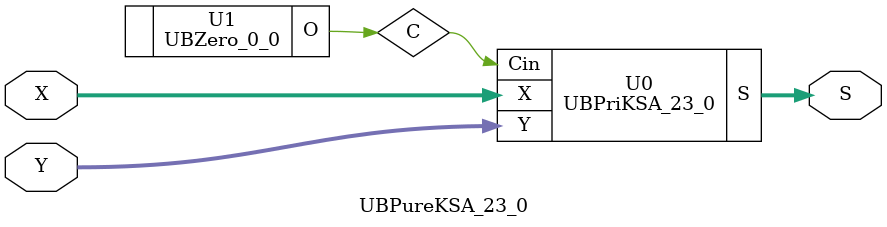
<source format=v>
/*----------------------------------------------------------------------------
  Copyright (c) 2021 Homma laboratory. All rights reserved.

  Top module: UBKSA_23_0_23_0

  Operand-1 length: 24
  Operand-2 length: 24
  Two-operand addition algorithm: Kogge-Stone adder
----------------------------------------------------------------------------*/

module GPGenerator(Go, Po, A, B);
  output Go;
  output Po;
  input A;
  input B;
  assign Go = A & B;
  assign Po = A ^ B;
endmodule

module CarryOperator(Go, Po, Gi1, Pi1, Gi2, Pi2);
  output Go;
  output Po;
  input Gi1;
  input Gi2;
  input Pi1;
  input Pi2;
  assign Go = Gi1 | ( Gi2 & Pi1 );
  assign Po = Pi1 & Pi2;
endmodule

module UBPriKSA_23_0(S, X, Y, Cin);
  output [24:0] S;
  input Cin;
  input [23:0] X;
  input [23:0] Y;
  wire [23:0] G0;
  wire [23:0] G1;
  wire [23:0] G2;
  wire [23:0] G3;
  wire [23:0] G4;
  wire [23:0] G5;
  wire [23:0] P0;
  wire [23:0] P1;
  wire [23:0] P2;
  wire [23:0] P3;
  wire [23:0] P4;
  wire [23:0] P5;
  assign P1[0] = P0[0];
  assign G1[0] = G0[0];
  assign P2[0] = P1[0];
  assign G2[0] = G1[0];
  assign P2[1] = P1[1];
  assign G2[1] = G1[1];
  assign P3[0] = P2[0];
  assign G3[0] = G2[0];
  assign P3[1] = P2[1];
  assign G3[1] = G2[1];
  assign P3[2] = P2[2];
  assign G3[2] = G2[2];
  assign P3[3] = P2[3];
  assign G3[3] = G2[3];
  assign P4[0] = P3[0];
  assign G4[0] = G3[0];
  assign P4[1] = P3[1];
  assign G4[1] = G3[1];
  assign P4[2] = P3[2];
  assign G4[2] = G3[2];
  assign P4[3] = P3[3];
  assign G4[3] = G3[3];
  assign P4[4] = P3[4];
  assign G4[4] = G3[4];
  assign P4[5] = P3[5];
  assign G4[5] = G3[5];
  assign P4[6] = P3[6];
  assign G4[6] = G3[6];
  assign P4[7] = P3[7];
  assign G4[7] = G3[7];
  assign P5[0] = P4[0];
  assign G5[0] = G4[0];
  assign P5[1] = P4[1];
  assign G5[1] = G4[1];
  assign P5[2] = P4[2];
  assign G5[2] = G4[2];
  assign P5[3] = P4[3];
  assign G5[3] = G4[3];
  assign P5[4] = P4[4];
  assign G5[4] = G4[4];
  assign P5[5] = P4[5];
  assign G5[5] = G4[5];
  assign P5[6] = P4[6];
  assign G5[6] = G4[6];
  assign P5[7] = P4[7];
  assign G5[7] = G4[7];
  assign P5[8] = P4[8];
  assign G5[8] = G4[8];
  assign P5[9] = P4[9];
  assign G5[9] = G4[9];
  assign P5[10] = P4[10];
  assign G5[10] = G4[10];
  assign P5[11] = P4[11];
  assign G5[11] = G4[11];
  assign P5[12] = P4[12];
  assign G5[12] = G4[12];
  assign P5[13] = P4[13];
  assign G5[13] = G4[13];
  assign P5[14] = P4[14];
  assign G5[14] = G4[14];
  assign P5[15] = P4[15];
  assign G5[15] = G4[15];
  assign S[0] = Cin ^ P0[0];
  assign S[1] = ( G5[0] | ( P5[0] & Cin ) ) ^ P0[1];
  assign S[2] = ( G5[1] | ( P5[1] & Cin ) ) ^ P0[2];
  assign S[3] = ( G5[2] | ( P5[2] & Cin ) ) ^ P0[3];
  assign S[4] = ( G5[3] | ( P5[3] & Cin ) ) ^ P0[4];
  assign S[5] = ( G5[4] | ( P5[4] & Cin ) ) ^ P0[5];
  assign S[6] = ( G5[5] | ( P5[5] & Cin ) ) ^ P0[6];
  assign S[7] = ( G5[6] | ( P5[6] & Cin ) ) ^ P0[7];
  assign S[8] = ( G5[7] | ( P5[7] & Cin ) ) ^ P0[8];
  assign S[9] = ( G5[8] | ( P5[8] & Cin ) ) ^ P0[9];
  assign S[10] = ( G5[9] | ( P5[9] & Cin ) ) ^ P0[10];
  assign S[11] = ( G5[10] | ( P5[10] & Cin ) ) ^ P0[11];
  assign S[12] = ( G5[11] | ( P5[11] & Cin ) ) ^ P0[12];
  assign S[13] = ( G5[12] | ( P5[12] & Cin ) ) ^ P0[13];
  assign S[14] = ( G5[13] | ( P5[13] & Cin ) ) ^ P0[14];
  assign S[15] = ( G5[14] | ( P5[14] & Cin ) ) ^ P0[15];
  assign S[16] = ( G5[15] | ( P5[15] & Cin ) ) ^ P0[16];
  assign S[17] = ( G5[16] | ( P5[16] & Cin ) ) ^ P0[17];
  assign S[18] = ( G5[17] | ( P5[17] & Cin ) ) ^ P0[18];
  assign S[19] = ( G5[18] | ( P5[18] & Cin ) ) ^ P0[19];
  assign S[20] = ( G5[19] | ( P5[19] & Cin ) ) ^ P0[20];
  assign S[21] = ( G5[20] | ( P5[20] & Cin ) ) ^ P0[21];
  assign S[22] = ( G5[21] | ( P5[21] & Cin ) ) ^ P0[22];
  assign S[23] = ( G5[22] | ( P5[22] & Cin ) ) ^ P0[23];
  assign S[24] = G5[23] | ( P5[23] & Cin );
  GPGenerator U0 (G0[0], P0[0], X[0], Y[0]);
  GPGenerator U1 (G0[1], P0[1], X[1], Y[1]);
  GPGenerator U2 (G0[2], P0[2], X[2], Y[2]);
  GPGenerator U3 (G0[3], P0[3], X[3], Y[3]);
  GPGenerator U4 (G0[4], P0[4], X[4], Y[4]);
  GPGenerator U5 (G0[5], P0[5], X[5], Y[5]);
  GPGenerator U6 (G0[6], P0[6], X[6], Y[6]);
  GPGenerator U7 (G0[7], P0[7], X[7], Y[7]);
  GPGenerator U8 (G0[8], P0[8], X[8], Y[8]);
  GPGenerator U9 (G0[9], P0[9], X[9], Y[9]);
  GPGenerator U10 (G0[10], P0[10], X[10], Y[10]);
  GPGenerator U11 (G0[11], P0[11], X[11], Y[11]);
  GPGenerator U12 (G0[12], P0[12], X[12], Y[12]);
  GPGenerator U13 (G0[13], P0[13], X[13], Y[13]);
  GPGenerator U14 (G0[14], P0[14], X[14], Y[14]);
  GPGenerator U15 (G0[15], P0[15], X[15], Y[15]);
  GPGenerator U16 (G0[16], P0[16], X[16], Y[16]);
  GPGenerator U17 (G0[17], P0[17], X[17], Y[17]);
  GPGenerator U18 (G0[18], P0[18], X[18], Y[18]);
  GPGenerator U19 (G0[19], P0[19], X[19], Y[19]);
  GPGenerator U20 (G0[20], P0[20], X[20], Y[20]);
  GPGenerator U21 (G0[21], P0[21], X[21], Y[21]);
  GPGenerator U22 (G0[22], P0[22], X[22], Y[22]);
  GPGenerator U23 (G0[23], P0[23], X[23], Y[23]);
  CarryOperator U24 (G1[1], P1[1], G0[1], P0[1], G0[0], P0[0]);
  CarryOperator U25 (G1[2], P1[2], G0[2], P0[2], G0[1], P0[1]);
  CarryOperator U26 (G1[3], P1[3], G0[3], P0[3], G0[2], P0[2]);
  CarryOperator U27 (G1[4], P1[4], G0[4], P0[4], G0[3], P0[3]);
  CarryOperator U28 (G1[5], P1[5], G0[5], P0[5], G0[4], P0[4]);
  CarryOperator U29 (G1[6], P1[6], G0[6], P0[6], G0[5], P0[5]);
  CarryOperator U30 (G1[7], P1[7], G0[7], P0[7], G0[6], P0[6]);
  CarryOperator U31 (G1[8], P1[8], G0[8], P0[8], G0[7], P0[7]);
  CarryOperator U32 (G1[9], P1[9], G0[9], P0[9], G0[8], P0[8]);
  CarryOperator U33 (G1[10], P1[10], G0[10], P0[10], G0[9], P0[9]);
  CarryOperator U34 (G1[11], P1[11], G0[11], P0[11], G0[10], P0[10]);
  CarryOperator U35 (G1[12], P1[12], G0[12], P0[12], G0[11], P0[11]);
  CarryOperator U36 (G1[13], P1[13], G0[13], P0[13], G0[12], P0[12]);
  CarryOperator U37 (G1[14], P1[14], G0[14], P0[14], G0[13], P0[13]);
  CarryOperator U38 (G1[15], P1[15], G0[15], P0[15], G0[14], P0[14]);
  CarryOperator U39 (G1[16], P1[16], G0[16], P0[16], G0[15], P0[15]);
  CarryOperator U40 (G1[17], P1[17], G0[17], P0[17], G0[16], P0[16]);
  CarryOperator U41 (G1[18], P1[18], G0[18], P0[18], G0[17], P0[17]);
  CarryOperator U42 (G1[19], P1[19], G0[19], P0[19], G0[18], P0[18]);
  CarryOperator U43 (G1[20], P1[20], G0[20], P0[20], G0[19], P0[19]);
  CarryOperator U44 (G1[21], P1[21], G0[21], P0[21], G0[20], P0[20]);
  CarryOperator U45 (G1[22], P1[22], G0[22], P0[22], G0[21], P0[21]);
  CarryOperator U46 (G1[23], P1[23], G0[23], P0[23], G0[22], P0[22]);
  CarryOperator U47 (G2[2], P2[2], G1[2], P1[2], G1[0], P1[0]);
  CarryOperator U48 (G2[3], P2[3], G1[3], P1[3], G1[1], P1[1]);
  CarryOperator U49 (G2[4], P2[4], G1[4], P1[4], G1[2], P1[2]);
  CarryOperator U50 (G2[5], P2[5], G1[5], P1[5], G1[3], P1[3]);
  CarryOperator U51 (G2[6], P2[6], G1[6], P1[6], G1[4], P1[4]);
  CarryOperator U52 (G2[7], P2[7], G1[7], P1[7], G1[5], P1[5]);
  CarryOperator U53 (G2[8], P2[8], G1[8], P1[8], G1[6], P1[6]);
  CarryOperator U54 (G2[9], P2[9], G1[9], P1[9], G1[7], P1[7]);
  CarryOperator U55 (G2[10], P2[10], G1[10], P1[10], G1[8], P1[8]);
  CarryOperator U56 (G2[11], P2[11], G1[11], P1[11], G1[9], P1[9]);
  CarryOperator U57 (G2[12], P2[12], G1[12], P1[12], G1[10], P1[10]);
  CarryOperator U58 (G2[13], P2[13], G1[13], P1[13], G1[11], P1[11]);
  CarryOperator U59 (G2[14], P2[14], G1[14], P1[14], G1[12], P1[12]);
  CarryOperator U60 (G2[15], P2[15], G1[15], P1[15], G1[13], P1[13]);
  CarryOperator U61 (G2[16], P2[16], G1[16], P1[16], G1[14], P1[14]);
  CarryOperator U62 (G2[17], P2[17], G1[17], P1[17], G1[15], P1[15]);
  CarryOperator U63 (G2[18], P2[18], G1[18], P1[18], G1[16], P1[16]);
  CarryOperator U64 (G2[19], P2[19], G1[19], P1[19], G1[17], P1[17]);
  CarryOperator U65 (G2[20], P2[20], G1[20], P1[20], G1[18], P1[18]);
  CarryOperator U66 (G2[21], P2[21], G1[21], P1[21], G1[19], P1[19]);
  CarryOperator U67 (G2[22], P2[22], G1[22], P1[22], G1[20], P1[20]);
  CarryOperator U68 (G2[23], P2[23], G1[23], P1[23], G1[21], P1[21]);
  CarryOperator U69 (G3[4], P3[4], G2[4], P2[4], G2[0], P2[0]);
  CarryOperator U70 (G3[5], P3[5], G2[5], P2[5], G2[1], P2[1]);
  CarryOperator U71 (G3[6], P3[6], G2[6], P2[6], G2[2], P2[2]);
  CarryOperator U72 (G3[7], P3[7], G2[7], P2[7], G2[3], P2[3]);
  CarryOperator U73 (G3[8], P3[8], G2[8], P2[8], G2[4], P2[4]);
  CarryOperator U74 (G3[9], P3[9], G2[9], P2[9], G2[5], P2[5]);
  CarryOperator U75 (G3[10], P3[10], G2[10], P2[10], G2[6], P2[6]);
  CarryOperator U76 (G3[11], P3[11], G2[11], P2[11], G2[7], P2[7]);
  CarryOperator U77 (G3[12], P3[12], G2[12], P2[12], G2[8], P2[8]);
  CarryOperator U78 (G3[13], P3[13], G2[13], P2[13], G2[9], P2[9]);
  CarryOperator U79 (G3[14], P3[14], G2[14], P2[14], G2[10], P2[10]);
  CarryOperator U80 (G3[15], P3[15], G2[15], P2[15], G2[11], P2[11]);
  CarryOperator U81 (G3[16], P3[16], G2[16], P2[16], G2[12], P2[12]);
  CarryOperator U82 (G3[17], P3[17], G2[17], P2[17], G2[13], P2[13]);
  CarryOperator U83 (G3[18], P3[18], G2[18], P2[18], G2[14], P2[14]);
  CarryOperator U84 (G3[19], P3[19], G2[19], P2[19], G2[15], P2[15]);
  CarryOperator U85 (G3[20], P3[20], G2[20], P2[20], G2[16], P2[16]);
  CarryOperator U86 (G3[21], P3[21], G2[21], P2[21], G2[17], P2[17]);
  CarryOperator U87 (G3[22], P3[22], G2[22], P2[22], G2[18], P2[18]);
  CarryOperator U88 (G3[23], P3[23], G2[23], P2[23], G2[19], P2[19]);
  CarryOperator U89 (G4[8], P4[8], G3[8], P3[8], G3[0], P3[0]);
  CarryOperator U90 (G4[9], P4[9], G3[9], P3[9], G3[1], P3[1]);
  CarryOperator U91 (G4[10], P4[10], G3[10], P3[10], G3[2], P3[2]);
  CarryOperator U92 (G4[11], P4[11], G3[11], P3[11], G3[3], P3[3]);
  CarryOperator U93 (G4[12], P4[12], G3[12], P3[12], G3[4], P3[4]);
  CarryOperator U94 (G4[13], P4[13], G3[13], P3[13], G3[5], P3[5]);
  CarryOperator U95 (G4[14], P4[14], G3[14], P3[14], G3[6], P3[6]);
  CarryOperator U96 (G4[15], P4[15], G3[15], P3[15], G3[7], P3[7]);
  CarryOperator U97 (G4[16], P4[16], G3[16], P3[16], G3[8], P3[8]);
  CarryOperator U98 (G4[17], P4[17], G3[17], P3[17], G3[9], P3[9]);
  CarryOperator U99 (G4[18], P4[18], G3[18], P3[18], G3[10], P3[10]);
  CarryOperator U100 (G4[19], P4[19], G3[19], P3[19], G3[11], P3[11]);
  CarryOperator U101 (G4[20], P4[20], G3[20], P3[20], G3[12], P3[12]);
  CarryOperator U102 (G4[21], P4[21], G3[21], P3[21], G3[13], P3[13]);
  CarryOperator U103 (G4[22], P4[22], G3[22], P3[22], G3[14], P3[14]);
  CarryOperator U104 (G4[23], P4[23], G3[23], P3[23], G3[15], P3[15]);
  CarryOperator U105 (G5[16], P5[16], G4[16], P4[16], G4[0], P4[0]);
  CarryOperator U106 (G5[17], P5[17], G4[17], P4[17], G4[1], P4[1]);
  CarryOperator U107 (G5[18], P5[18], G4[18], P4[18], G4[2], P4[2]);
  CarryOperator U108 (G5[19], P5[19], G4[19], P4[19], G4[3], P4[3]);
  CarryOperator U109 (G5[20], P5[20], G4[20], P4[20], G4[4], P4[4]);
  CarryOperator U110 (G5[21], P5[21], G4[21], P4[21], G4[5], P4[5]);
  CarryOperator U111 (G5[22], P5[22], G4[22], P4[22], G4[6], P4[6]);
  CarryOperator U112 (G5[23], P5[23], G4[23], P4[23], G4[7], P4[7]);
endmodule

module UBZero_0_0(O);
  output [0:0] O;
  assign O[0] = 0;
endmodule

module UBKSA_23_0_23_0 (S, X, Y);
  output [24:0] S;
  input [23:0] X;
  input [23:0] Y;
  UBPureKSA_23_0 U0 (S[24:0], X[23:0], Y[23:0]);
endmodule

module UBPureKSA_23_0 (S, X, Y);
  output [24:0] S;
  input [23:0] X;
  input [23:0] Y;
  wire C;
  UBPriKSA_23_0 U0 (S, X, Y, C);
  UBZero_0_0 U1 (C);
endmodule


</source>
